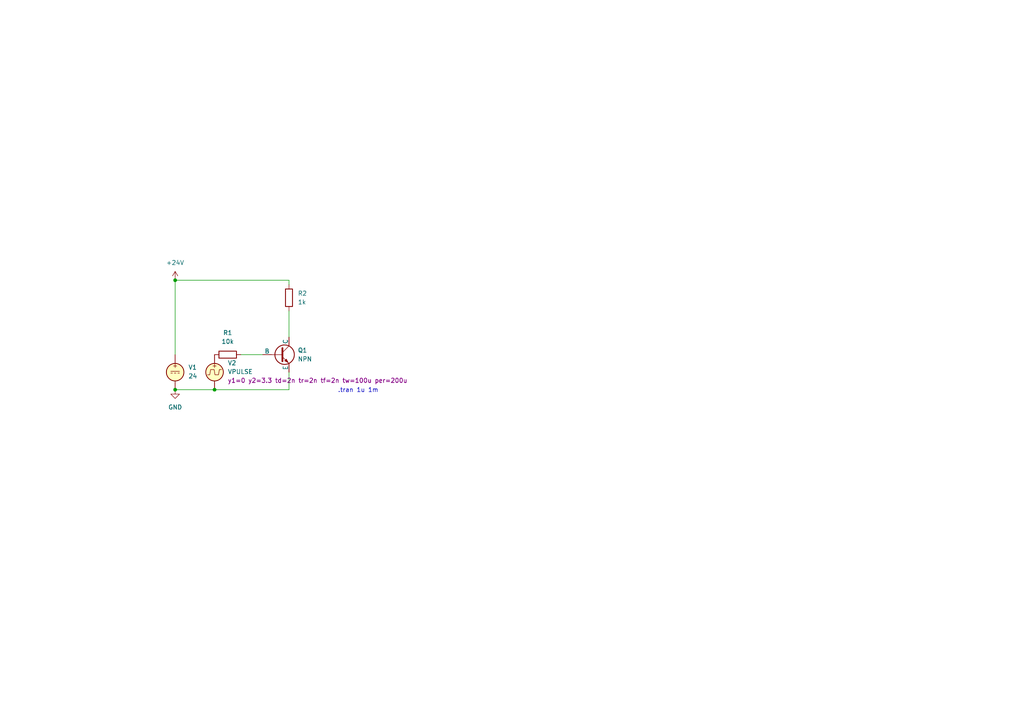
<source format=kicad_sch>
(kicad_sch (version 20250114) (generator "eeschema") (generator_version "9.0")
  (paper "A4")
  (lib_symbols
    (symbol "Device:R" (pin_numbers (hide yes)) (pin_names (offset 0))
      (property "Reference" "R" (at 2.032 0 90))
      (property "Value" "R" (at 0 0 90))
      (symbol "R_0_1"
        (rectangle (start -1.016 -2.54) (end 1.016 2.54) (stroke (width 0.254)))
      )
      (symbol "R_1_1"
        (pin passive line (at 0 3.81 270) (length 1.27) (name "~") (number "1"))
        (pin passive line (at 0 -3.81 90) (length 1.27) (name "~") (number "2"))
      )
    )
    (symbol "Simulation_SPICE:NPN" (pin_numbers (hide yes)) (pin_names (offset 0))
      (property "Reference" "Q" (at -2.54 7.62 0))
      (property "Value" "NPN" (at -2.54 5.08 0))
      (symbol "NPN_0_1"
        (polyline (pts (xy -2.54 0) (xy 0.635 0)) (stroke (width 0.1524)))
        (polyline (pts (xy 0.635 1.905) (xy 0.635 -1.905) (xy 0.635 -1.905)) (stroke (width 0.508)))
        (polyline (pts (xy 0.635 0.635) (xy 2.54 2.54)))
        (polyline (pts (xy 0.635 -0.635) (xy 2.54 -2.54) (xy 2.54 -2.54)))
        (circle (center 1.27 0) (radius 2.8194) (stroke (width 0.254)))
        (polyline (pts (xy 1.27 -1.778) (xy 1.778 -1.27) (xy 2.286 -2.286) (xy 1.27 -1.778) (xy 1.27 -1.778)) (fill (type outline)))
        (polyline (pts (xy 2.794 -1.27) (xy 2.794 -1.27)) (stroke (width 0.1524)))
        (polyline (pts (xy 2.794 -1.27) (xy 2.794 -1.27)) (stroke (width 0.1524)))
      )
      (symbol "NPN_1_1"
        (pin input line (at -5.08 0 0) (length 2.54) (name "B") (number "2"))
        (pin open_collector line (at 2.54 5.08 270) (length 2.54) (name "C") (number "1"))
        (pin open_emitter line (at 2.54 -5.08 90) (length 2.54) (name "E") (number "3"))
      )
    )
    (symbol "Simulation_SPICE:VDC" (pin_numbers (hide yes)) (pin_names (offset 0.0254))
      (property "Reference" "V" (at 2.54 2.54 0))
      (property "Value" "1" (at 2.54 0 0))
      (symbol "VDC_0_0"
        (polyline (pts (xy -1.27 0.254) (xy 1.27 0.254)))
        (polyline (pts (xy -0.762 -0.254) (xy -1.27 -0.254)))
        (polyline (pts (xy 0.254 -0.254) (xy -0.254 -0.254)))
        (polyline (pts (xy 1.27 -0.254) (xy 0.762 -0.254)))
        (text "+" (at 0 1.905 0) (effects (font (size 1.27 1.27))))
      )
      (symbol "VDC_0_1"
        (circle (center 0 0) (radius 2.54) (stroke (width 0.254)) (fill (type background)))
      )
      (symbol "VDC_1_1"
        (pin passive line (at 0 5.08 270) (length 2.54) (name "~") (number "1"))
        (pin passive line (at 0 -5.08 90) (length 2.54) (name "~") (number "2"))
      )
    )
    (symbol "Simulation_SPICE:VPULSE" (pin_numbers (hide yes)) (pin_names (offset 0.0254))
      (property "Reference" "V" (at 2.54 2.54 0))
      (property "Value" "VPULSE" (at 2.54 0 0))
      (property "Sim.Params" "y1=0 y2=1 td=2n tr=2n tf=2n tw=50n per=100n" (at 2.54 -2.54 0))
      (symbol "VPULSE_0_0"
        (polyline (pts (xy -2.032 -0.762) (xy -1.397 -0.762) (xy -1.143 0.762) (xy -0.127 0.762) (xy 0.127 -0.762) (xy 1.143 -0.762) (xy 1.397 0.762) (xy 2.032 0.762)))
        (text "+" (at 0 1.905 0) (effects (font (size 1.27 1.27))))
      )
      (symbol "VPULSE_0_1"
        (circle (center 0 0) (radius 2.54) (stroke (width 0.254)) (fill (type background)))
      )
      (symbol "VPULSE_1_1"
        (pin passive line (at 0 5.08 270) (length 2.54) (name "~") (number "1"))
        (pin passive line (at 0 -5.08 90) (length 2.54) (name "~") (number "2"))
      )
    )
    (symbol "power:+24V" (power) (pin_numbers (hide yes)) (pin_names (offset 0) (hide yes))
      (property "Value" "+24V" (at 0 3.556 0))
      (symbol "+24V_0_1"
        (polyline (pts (xy -0.762 1.27) (xy 0 2.54)))
        (polyline (pts (xy 0 2.54) (xy 0.762 1.27)))
        (polyline (pts (xy 0 0) (xy 0 2.54)))
      )
      (symbol "+24V_1_1"
        (pin power_in line (at 0 0 90) (length 0) (name "~") (number "1"))
      )
    )
    (symbol "power:GND" (power) (pin_numbers (hide yes)) (pin_names (offset 0) (hide yes))
      (property "Value" "GND" (at 0 -3.81 0))
      (symbol "GND_0_1"
        (polyline (pts (xy 0 0) (xy 0 -1.27) (xy 1.27 -1.27) (xy 0 -2.54) (xy -1.27 -1.27) (xy 0 -1.27)))
      )
      (symbol "GND_1_1"
        (pin power_in line (at 0 0 270) (length 0) (name "~") (number "1"))
      )
    )
  )
  (text ".tran 1u 1m" (at 103.886 113.284 0) (effects (font (size 1.27 1.27))))
  (junction (at 50.8 113.03))
  (junction (at 62.23 113.03))
  (junction (at 50.8 81.28))
  (wire (pts (xy 50.8 81.28) (xy 83.82 81.28)))
  (wire (pts (xy 50.8 113.03) (xy 62.23 113.03)))
  (wire (pts (xy 83.82 113.03) (xy 83.82 107.95)))
  (wire (pts (xy 62.23 113.03) (xy 83.82 113.03)))
  (wire (pts (xy 69.85 102.87) (xy 76.2 102.87)))
  (wire (pts (xy 83.82 81.28) (xy 83.82 82.55)))
  (wire (pts (xy 50.8 81.28) (xy 50.8 102.87)))
  (wire (pts (xy 83.82 90.17) (xy 83.82 97.79)))
  (symbol (lib_id "power:+24V") (at 50.8 81.28 0) (unit 1)
    (property "Reference" "#PWR02" (effects (hide yes)))
    (property "Value" "+24V" (at 50.8 76.2 0))
    (property "Description" "Power symbol creates a global label with name \"+24V\"" (effects (hide yes)))
  )
  (symbol (lib_id "Simulation_SPICE:VDC") (at 50.8 107.95 0) (unit 1)
    (property "Reference" "V1" (at 54.61 106.5501 0) (effects (justify left)))
    (property "Value" "24" (at 54.61 109.0901 0) (effects (justify left)))
    (property "Datasheet" "https://ngspice.sourceforge.io/docs/ngspice-html-manual/manual.xhtml#sec_Independent_Sources_for" (effects (hide yes)))
    (property "Description" "Voltage source, DC" (effects (hide yes)))
    (property "Sim.Pins" "1=+ 2=-" (effects (hide yes)))
    (property "Sim.Type" "DC" (effects (hide yes)))
    (property "Sim.Device" "V" (effects (hide yes)))
  )
  (symbol (lib_id "Device:R") (at 83.82 86.36 0) (unit 1)
    (property "Reference" "R2" (at 86.36 85.0899 0) (effects (justify left)))
    (property "Value" "1k" (at 86.36 87.6299 0) (effects (justify left)))
    (property "Description" "Resistor" (effects (hide yes)))
  )
  (symbol (lib_id "power:GND") (at 50.8 113.03 0) (unit 1)
    (property "Reference" "#PWR01" (effects (hide yes)))
    (property "Value" "GND" (at 50.8 118.11 0))
    (property "Description" "Power symbol creates a global label with name \"GND\" , ground" (effects (hide yes)))
  )
  (symbol (lib_id "Device:R") (at 66.04 102.87 90) (unit 1)
    (property "Reference" "R1" (at 66.04 96.52 90))
    (property "Value" "10k" (at 66.04 99.06 90))
    (property "Description" "Resistor" (effects (hide yes)))
  )
  (symbol (lib_id "Simulation_SPICE:VPULSE") (at 62.23 107.95 0) (unit 1)
    (property "Reference" "V2" (at 66.04 105.2801 0) (effects (justify left)))
    (property "Value" "VPULSE" (at 66.04 107.8201 0) (effects (justify left)))
    (property "Datasheet" "https://ngspice.sourceforge.io/docs/ngspice-html-manual/manual.xhtml#sec_Independent_Sources_for" (effects (hide yes)))
    (property "Description" "Voltage source, pulse" (effects (hide yes)))
    (property "Sim.Pins" "1=+ 2=-" (effects (hide yes)))
    (property "Sim.Type" "PULSE" (effects (hide yes)))
    (property "Sim.Device" "V" (effects (hide yes)))
    (property "Sim.Params" "y1=0 y2=3.3 td=2n tr=2n tf=2n tw=100u per=200u" (at 66.04 110.3601 0) (effects (justify left)))
  )
  (symbol (lib_id "Simulation_SPICE:NPN") (at 81.28 102.87 0) (unit 1)
    (property "Reference" "Q1" (at 86.36 101.5999 0) (effects (justify left)))
    (property "Value" "NPN" (at 86.36 104.1399 0) (effects (justify left)))
    (property "Datasheet" "https://ngspice.sourceforge.io/docs/ngspice-html-manual/manual.xhtml#cha_BJTs" (effects (hide yes)))
    (property "Description" "Bipolar transistor symbol for simulation only, substrate tied to the emitter" (effects (hide yes)))
    (property "Sim.Device" "SUBCKT" (effects (hide yes)))
    (property "Sim.Pins" "1=1 2=2 3=3" (effects (hide yes)))
    (property "Sim.Library" "BC846B.spice.lib" (effects (hide yes)))
    (property "Sim.Name" "BC846B" (effects (hide yes)))
  )
)
</source>
